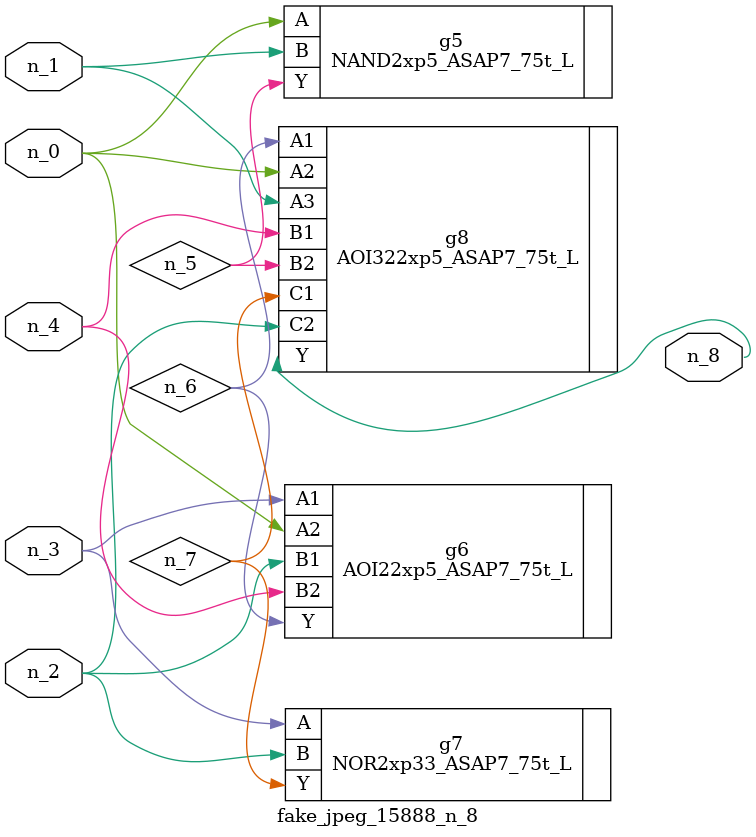
<source format=v>
module fake_jpeg_15888_n_8 (n_3, n_2, n_1, n_0, n_4, n_8);

input n_3;
input n_2;
input n_1;
input n_0;
input n_4;

output n_8;

wire n_6;
wire n_5;
wire n_7;

NAND2xp5_ASAP7_75t_L g5 ( 
.A(n_0),
.B(n_1),
.Y(n_5)
);

AOI22xp5_ASAP7_75t_L g6 ( 
.A1(n_3),
.A2(n_0),
.B1(n_2),
.B2(n_4),
.Y(n_6)
);

NOR2xp33_ASAP7_75t_L g7 ( 
.A(n_3),
.B(n_2),
.Y(n_7)
);

AOI322xp5_ASAP7_75t_L g8 ( 
.A1(n_6),
.A2(n_0),
.A3(n_1),
.B1(n_4),
.B2(n_5),
.C1(n_7),
.C2(n_2),
.Y(n_8)
);


endmodule
</source>
